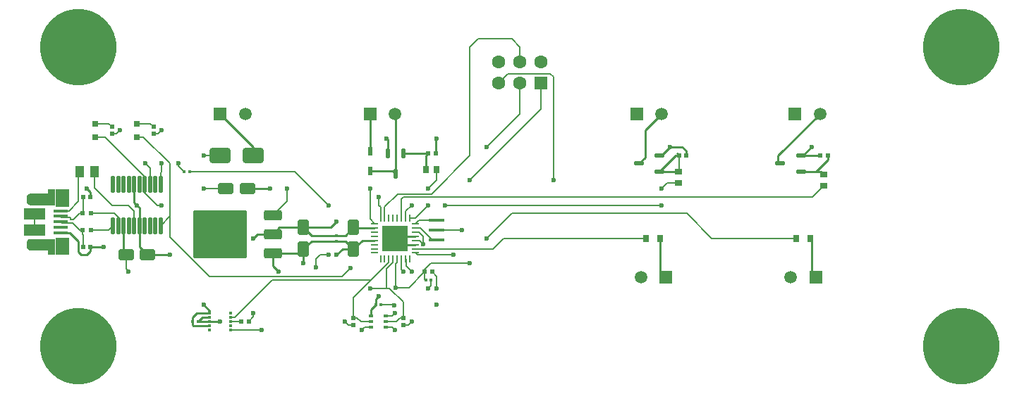
<source format=gbr>
%TF.GenerationSoftware,KiCad,Pcbnew,8.0.4*%
%TF.CreationDate,2024-11-13T20:23:26-08:00*%
%TF.ProjectId,Butterfly_v0,42757474-6572-4666-9c79-5f76302e6b69,rev?*%
%TF.SameCoordinates,Original*%
%TF.FileFunction,Copper,L1,Top*%
%TF.FilePolarity,Positive*%
%FSLAX46Y46*%
G04 Gerber Fmt 4.6, Leading zero omitted, Abs format (unit mm)*
G04 Created by KiCad (PCBNEW 8.0.4) date 2024-11-13 20:23:26*
%MOMM*%
%LPD*%
G01*
G04 APERTURE LIST*
G04 Aperture macros list*
%AMRoundRect*
0 Rectangle with rounded corners*
0 $1 Rounding radius*
0 $2 $3 $4 $5 $6 $7 $8 $9 X,Y pos of 4 corners*
0 Add a 4 corners polygon primitive as box body*
4,1,4,$2,$3,$4,$5,$6,$7,$8,$9,$2,$3,0*
0 Add four circle primitives for the rounded corners*
1,1,$1+$1,$2,$3*
1,1,$1+$1,$4,$5*
1,1,$1+$1,$6,$7*
1,1,$1+$1,$8,$9*
0 Add four rect primitives between the rounded corners*
20,1,$1+$1,$2,$3,$4,$5,0*
20,1,$1+$1,$4,$5,$6,$7,0*
20,1,$1+$1,$6,$7,$8,$9,0*
20,1,$1+$1,$8,$9,$2,$3,0*%
G04 Aperture macros list end*
%TA.AperFunction,EtchedComponent*%
%ADD10C,0.010000*%
%TD*%
%TA.AperFunction,SMDPad,CuDef*%
%ADD11R,0.475000X0.500000*%
%TD*%
%TA.AperFunction,SMDPad,CuDef*%
%ADD12RoundRect,0.165000X-0.740000X-0.495000X0.740000X-0.495000X0.740000X0.495000X-0.740000X0.495000X0*%
%TD*%
%TA.AperFunction,ComponentPad*%
%ADD13C,1.520000*%
%TD*%
%TA.AperFunction,ComponentPad*%
%ADD14R,1.520000X1.520000*%
%TD*%
%TA.AperFunction,SMDPad,CuDef*%
%ADD15R,0.800000X0.800000*%
%TD*%
%TA.AperFunction,SMDPad,CuDef*%
%ADD16R,0.762000X0.939800*%
%TD*%
%TA.AperFunction,SMDPad,CuDef*%
%ADD17R,0.550000X0.300000*%
%TD*%
%TA.AperFunction,SMDPad,CuDef*%
%ADD18R,0.540000X0.600000*%
%TD*%
%TA.AperFunction,SMDPad,CuDef*%
%ADD19R,2.500000X1.425000*%
%TD*%
%TA.AperFunction,ComponentPad*%
%ADD20O,2.400000X1.200000*%
%TD*%
%TA.AperFunction,ComponentPad*%
%ADD21O,1.460000X0.730000*%
%TD*%
%TA.AperFunction,SMDPad,CuDef*%
%ADD22R,1.750000X0.400000*%
%TD*%
%TA.AperFunction,SMDPad,CuDef*%
%ADD23RoundRect,0.147500X-0.147500X0.457500X-0.147500X-0.457500X0.147500X-0.457500X0.147500X0.457500X0*%
%TD*%
%TA.AperFunction,HeatsinkPad*%
%ADD24R,3.100000X3.100000*%
%TD*%
%TA.AperFunction,SMDPad,CuDef*%
%ADD25RoundRect,0.062500X0.062500X0.375000X-0.062500X0.375000X-0.062500X-0.375000X0.062500X-0.375000X0*%
%TD*%
%TA.AperFunction,SMDPad,CuDef*%
%ADD26RoundRect,0.062500X0.375000X0.062500X-0.375000X0.062500X-0.375000X-0.062500X0.375000X-0.062500X0*%
%TD*%
%TA.AperFunction,SMDPad,CuDef*%
%ADD27R,0.600000X0.540000*%
%TD*%
%TA.AperFunction,SMDPad,CuDef*%
%ADD28R,0.900000X0.700000*%
%TD*%
%TA.AperFunction,SMDPad,CuDef*%
%ADD29R,0.450000X0.350000*%
%TD*%
%TA.AperFunction,SMDPad,CuDef*%
%ADD30RoundRect,0.165000X-0.495000X0.740000X-0.495000X-0.740000X0.495000X-0.740000X0.495000X0.740000X0*%
%TD*%
%TA.AperFunction,SMDPad,CuDef*%
%ADD31R,0.420000X0.460000*%
%TD*%
%TA.AperFunction,SMDPad,CuDef*%
%ADD32RoundRect,0.147500X0.457500X0.147500X-0.457500X0.147500X-0.457500X-0.147500X0.457500X-0.147500X0*%
%TD*%
%TA.AperFunction,SMDPad,CuDef*%
%ADD33R,0.460000X0.420000*%
%TD*%
%TA.AperFunction,SMDPad,CuDef*%
%ADD34RoundRect,0.250000X-1.000000X-0.650000X1.000000X-0.650000X1.000000X0.650000X-1.000000X0.650000X0*%
%TD*%
%TA.AperFunction,SMDPad,CuDef*%
%ADD35R,0.790000X0.930000*%
%TD*%
%TA.AperFunction,ComponentPad*%
%ADD36C,9.200000*%
%TD*%
%TA.AperFunction,SMDPad,CuDef*%
%ADD37R,0.500000X1.050000*%
%TD*%
%TA.AperFunction,SMDPad,CuDef*%
%ADD38RoundRect,0.020500X-0.184500X0.964500X-0.184500X-0.964500X0.184500X-0.964500X0.184500X0.964500X0*%
%TD*%
%TA.AperFunction,SMDPad,CuDef*%
%ADD39R,1.900000X0.400000*%
%TD*%
%TA.AperFunction,SMDPad,CuDef*%
%ADD40R,1.140000X1.470000*%
%TD*%
%TA.AperFunction,SMDPad,CuDef*%
%ADD41RoundRect,0.250000X0.850000X0.350000X-0.850000X0.350000X-0.850000X-0.350000X0.850000X-0.350000X0*%
%TD*%
%TA.AperFunction,SMDPad,CuDef*%
%ADD42RoundRect,0.250000X1.275000X1.125000X-1.275000X1.125000X-1.275000X-1.125000X1.275000X-1.125000X0*%
%TD*%
%TA.AperFunction,SMDPad,CuDef*%
%ADD43RoundRect,0.249997X2.950003X2.650003X-2.950003X2.650003X-2.950003X-2.650003X2.950003X-2.650003X0*%
%TD*%
%TA.AperFunction,SMDPad,CuDef*%
%ADD44R,0.700000X0.900000*%
%TD*%
%TA.AperFunction,ComponentPad*%
%ADD45R,1.605000X1.605000*%
%TD*%
%TA.AperFunction,ComponentPad*%
%ADD46C,1.605000*%
%TD*%
%TA.AperFunction,ViaPad*%
%ADD47C,0.600000*%
%TD*%
%TA.AperFunction,Conductor*%
%ADD48C,0.150000*%
%TD*%
%TA.AperFunction,Conductor*%
%ADD49C,0.250000*%
%TD*%
%TA.AperFunction,Conductor*%
%ADD50C,0.200000*%
%TD*%
G04 APERTURE END LIST*
D10*
%TO.C,J2*%
X54050000Y-81900000D02*
X53350000Y-81900000D01*
X53350000Y-81375000D01*
X51200000Y-81375000D01*
X51179000Y-81374000D01*
X51158000Y-81373000D01*
X51137000Y-81370000D01*
X51117000Y-81366000D01*
X51096000Y-81361000D01*
X51076000Y-81355000D01*
X51057000Y-81348000D01*
X51037000Y-81340000D01*
X51018000Y-81331000D01*
X51000000Y-81321000D01*
X50982000Y-81310000D01*
X50965000Y-81299000D01*
X50948000Y-81286000D01*
X50932000Y-81272000D01*
X50917000Y-81258000D01*
X50903000Y-81243000D01*
X50889000Y-81227000D01*
X50876000Y-81210000D01*
X50865000Y-81193000D01*
X50854000Y-81175000D01*
X50844000Y-81157000D01*
X50835000Y-81138000D01*
X50827000Y-81118000D01*
X50820000Y-81099000D01*
X50814000Y-81079000D01*
X50809000Y-81058000D01*
X50805000Y-81038000D01*
X50802000Y-81017000D01*
X50801000Y-80996000D01*
X50800000Y-80975000D01*
X50800000Y-80475000D01*
X50801000Y-80454000D01*
X50802000Y-80433000D01*
X50805000Y-80412000D01*
X50809000Y-80392000D01*
X50814000Y-80371000D01*
X50820000Y-80351000D01*
X50827000Y-80332000D01*
X50835000Y-80312000D01*
X50844000Y-80293000D01*
X50854000Y-80275000D01*
X50865000Y-80257000D01*
X50876000Y-80240000D01*
X50889000Y-80223000D01*
X50903000Y-80207000D01*
X50917000Y-80192000D01*
X50932000Y-80178000D01*
X50948000Y-80164000D01*
X50965000Y-80151000D01*
X50982000Y-80140000D01*
X51000000Y-80129000D01*
X51018000Y-80119000D01*
X51037000Y-80110000D01*
X51057000Y-80102000D01*
X51076000Y-80095000D01*
X51096000Y-80089000D01*
X51117000Y-80084000D01*
X51137000Y-80080000D01*
X51158000Y-80077000D01*
X51179000Y-80076000D01*
X51200000Y-80075000D01*
X54050000Y-80075000D01*
X54050000Y-81900000D01*
%TA.AperFunction,EtchedComponent*%
G36*
X54050000Y-81900000D02*
G01*
X53350000Y-81900000D01*
X53350000Y-81375000D01*
X51200000Y-81375000D01*
X51179000Y-81374000D01*
X51158000Y-81373000D01*
X51137000Y-81370000D01*
X51117000Y-81366000D01*
X51096000Y-81361000D01*
X51076000Y-81355000D01*
X51057000Y-81348000D01*
X51037000Y-81340000D01*
X51018000Y-81331000D01*
X51000000Y-81321000D01*
X50982000Y-81310000D01*
X50965000Y-81299000D01*
X50948000Y-81286000D01*
X50932000Y-81272000D01*
X50917000Y-81258000D01*
X50903000Y-81243000D01*
X50889000Y-81227000D01*
X50876000Y-81210000D01*
X50865000Y-81193000D01*
X50854000Y-81175000D01*
X50844000Y-81157000D01*
X50835000Y-81138000D01*
X50827000Y-81118000D01*
X50820000Y-81099000D01*
X50814000Y-81079000D01*
X50809000Y-81058000D01*
X50805000Y-81038000D01*
X50802000Y-81017000D01*
X50801000Y-80996000D01*
X50800000Y-80975000D01*
X50800000Y-80475000D01*
X50801000Y-80454000D01*
X50802000Y-80433000D01*
X50805000Y-80412000D01*
X50809000Y-80392000D01*
X50814000Y-80371000D01*
X50820000Y-80351000D01*
X50827000Y-80332000D01*
X50835000Y-80312000D01*
X50844000Y-80293000D01*
X50854000Y-80275000D01*
X50865000Y-80257000D01*
X50876000Y-80240000D01*
X50889000Y-80223000D01*
X50903000Y-80207000D01*
X50917000Y-80192000D01*
X50932000Y-80178000D01*
X50948000Y-80164000D01*
X50965000Y-80151000D01*
X50982000Y-80140000D01*
X51000000Y-80129000D01*
X51018000Y-80119000D01*
X51037000Y-80110000D01*
X51057000Y-80102000D01*
X51076000Y-80095000D01*
X51096000Y-80089000D01*
X51117000Y-80084000D01*
X51137000Y-80080000D01*
X51158000Y-80077000D01*
X51179000Y-80076000D01*
X51200000Y-80075000D01*
X54050000Y-80075000D01*
X54050000Y-81900000D01*
G37*
%TD.AperFunction*%
X54050000Y-75925000D02*
X51200000Y-75925000D01*
X51179000Y-75924000D01*
X51158000Y-75923000D01*
X51137000Y-75920000D01*
X51117000Y-75916000D01*
X51096000Y-75911000D01*
X51076000Y-75905000D01*
X51057000Y-75898000D01*
X51037000Y-75890000D01*
X51018000Y-75881000D01*
X51000000Y-75871000D01*
X50982000Y-75860000D01*
X50965000Y-75849000D01*
X50948000Y-75836000D01*
X50932000Y-75822000D01*
X50917000Y-75808000D01*
X50903000Y-75793000D01*
X50889000Y-75777000D01*
X50876000Y-75760000D01*
X50865000Y-75743000D01*
X50854000Y-75725000D01*
X50844000Y-75707000D01*
X50835000Y-75688000D01*
X50827000Y-75668000D01*
X50820000Y-75649000D01*
X50814000Y-75629000D01*
X50809000Y-75608000D01*
X50805000Y-75588000D01*
X50802000Y-75567000D01*
X50801000Y-75546000D01*
X50800000Y-75525000D01*
X50800000Y-75025000D01*
X50801000Y-75004000D01*
X50802000Y-74983000D01*
X50805000Y-74962000D01*
X50809000Y-74942000D01*
X50814000Y-74921000D01*
X50820000Y-74901000D01*
X50827000Y-74882000D01*
X50835000Y-74862000D01*
X50844000Y-74843000D01*
X50854000Y-74825000D01*
X50865000Y-74807000D01*
X50876000Y-74790000D01*
X50889000Y-74773000D01*
X50903000Y-74757000D01*
X50917000Y-74742000D01*
X50932000Y-74728000D01*
X50948000Y-74714000D01*
X50965000Y-74701000D01*
X50982000Y-74690000D01*
X51000000Y-74679000D01*
X51018000Y-74669000D01*
X51037000Y-74660000D01*
X51057000Y-74652000D01*
X51076000Y-74645000D01*
X51096000Y-74639000D01*
X51117000Y-74634000D01*
X51137000Y-74630000D01*
X51158000Y-74627000D01*
X51179000Y-74626000D01*
X51200000Y-74625000D01*
X53350000Y-74625000D01*
X53350000Y-74100000D01*
X54050000Y-74100000D01*
X54050000Y-75925000D01*
%TA.AperFunction,EtchedComponent*%
G36*
X54050000Y-75925000D02*
G01*
X51200000Y-75925000D01*
X51179000Y-75924000D01*
X51158000Y-75923000D01*
X51137000Y-75920000D01*
X51117000Y-75916000D01*
X51096000Y-75911000D01*
X51076000Y-75905000D01*
X51057000Y-75898000D01*
X51037000Y-75890000D01*
X51018000Y-75881000D01*
X51000000Y-75871000D01*
X50982000Y-75860000D01*
X50965000Y-75849000D01*
X50948000Y-75836000D01*
X50932000Y-75822000D01*
X50917000Y-75808000D01*
X50903000Y-75793000D01*
X50889000Y-75777000D01*
X50876000Y-75760000D01*
X50865000Y-75743000D01*
X50854000Y-75725000D01*
X50844000Y-75707000D01*
X50835000Y-75688000D01*
X50827000Y-75668000D01*
X50820000Y-75649000D01*
X50814000Y-75629000D01*
X50809000Y-75608000D01*
X50805000Y-75588000D01*
X50802000Y-75567000D01*
X50801000Y-75546000D01*
X50800000Y-75525000D01*
X50800000Y-75025000D01*
X50801000Y-75004000D01*
X50802000Y-74983000D01*
X50805000Y-74962000D01*
X50809000Y-74942000D01*
X50814000Y-74921000D01*
X50820000Y-74901000D01*
X50827000Y-74882000D01*
X50835000Y-74862000D01*
X50844000Y-74843000D01*
X50854000Y-74825000D01*
X50865000Y-74807000D01*
X50876000Y-74790000D01*
X50889000Y-74773000D01*
X50903000Y-74757000D01*
X50917000Y-74742000D01*
X50932000Y-74728000D01*
X50948000Y-74714000D01*
X50965000Y-74701000D01*
X50982000Y-74690000D01*
X51000000Y-74679000D01*
X51018000Y-74669000D01*
X51037000Y-74660000D01*
X51057000Y-74652000D01*
X51076000Y-74645000D01*
X51096000Y-74639000D01*
X51117000Y-74634000D01*
X51137000Y-74630000D01*
X51158000Y-74627000D01*
X51179000Y-74626000D01*
X51200000Y-74625000D01*
X53350000Y-74625000D01*
X53350000Y-74100000D01*
X54050000Y-74100000D01*
X54050000Y-75925000D01*
G37*
%TD.AperFunction*%
X55760000Y-81900000D02*
X54300000Y-81900000D01*
X54300000Y-79900000D01*
X55760000Y-79900000D01*
X55760000Y-81900000D01*
%TA.AperFunction,EtchedComponent*%
G36*
X55760000Y-81900000D02*
G01*
X54300000Y-81900000D01*
X54300000Y-79900000D01*
X55760000Y-79900000D01*
X55760000Y-81900000D01*
G37*
%TD.AperFunction*%
X55760000Y-76100000D02*
X54300000Y-76100000D01*
X54300000Y-74100000D01*
X55760000Y-74100000D01*
X55760000Y-76100000D01*
%TA.AperFunction,EtchedComponent*%
G36*
X55760000Y-76100000D02*
G01*
X54300000Y-76100000D01*
X54300000Y-74100000D01*
X55760000Y-74100000D01*
X55760000Y-76100000D01*
G37*
%TD.AperFunction*%
%TD*%
D11*
%TO.P,R17,2*%
%TO.N,Net-(U6-USBDM)*%
X58512000Y-77000000D03*
%TO.P,R17,1*%
%TO.N,USB_N*%
X57488000Y-77000000D03*
%TD*%
%TO.P,R18,2*%
%TO.N,Net-(U6-USBDP)*%
X58512000Y-79000000D03*
%TO.P,R18,1*%
%TO.N,USB_P*%
X57488000Y-79000000D03*
%TD*%
D12*
%TO.P,C1,1*%
%TO.N,+12V*%
X74700000Y-74000000D03*
%TO.P,C1,2*%
%TO.N,GND*%
X77300000Y-74000000D03*
%TD*%
D13*
%TO.P,J6,2,2*%
%TO.N,GND*%
X142500000Y-84680000D03*
D14*
%TO.P,J6,1,1*%
%TO.N,Net-(J6-Pad1)*%
X145500000Y-84680000D03*
%TD*%
%TO.P,J4,1,1*%
%TO.N,+12V*%
X124000000Y-65000000D03*
D13*
%TO.P,J4,2,2*%
%TO.N,Net-(J4-Pad2)*%
X127000000Y-65000000D03*
%TD*%
D15*
%TO.P,D4,1*%
%TO.N,RX-I*%
X64000000Y-67800000D03*
%TO.P,D4,2*%
%TO.N,Net-(D4-Pad2)*%
X64000000Y-66200000D03*
%TD*%
D16*
%TO.P,R15,1*%
%TO.N,PD4*%
X125161800Y-80000000D03*
%TO.P,R15,2*%
%TO.N,Net-(J7-Pad1)*%
X126838200Y-80000000D03*
%TD*%
D15*
%TO.P,D3,1*%
%TO.N,TX-O*%
X59000000Y-67800000D03*
%TO.P,D3,2*%
%TO.N,Net-(D3-Pad2)*%
X59000000Y-66200000D03*
%TD*%
D17*
%TO.P,U2,6*%
%TO.N,+3.3V*%
X93875000Y-89350000D03*
%TO.P,U2,5*%
%TO.N,SCL*%
X93875000Y-90000000D03*
%TO.P,U2,4*%
%TO.N,+3.3V*%
X93875000Y-90650000D03*
%TO.P,U2,3*%
X92125000Y-90650000D03*
%TO.P,U2,2*%
%TO.N,SDA*%
X92125000Y-90000000D03*
%TO.P,U2,1*%
%TO.N,GND*%
X92125000Y-89350000D03*
%TD*%
D18*
%TO.P,C8,2*%
%TO.N,USB_N*%
X57568000Y-75000000D03*
%TO.P,C8,1*%
%TO.N,GND*%
X58432000Y-75000000D03*
%TD*%
D19*
%TO.P,J2,S2,SHIELD*%
%TO.N,GND*%
X51750000Y-78962500D03*
%TO.P,J2,S1,SHIELD*%
X51750000Y-77037500D03*
D20*
%TO.P,J2,9,SHIELD*%
X52000000Y-80725000D03*
%TO.P,J2,8,SHIELD*%
X52000000Y-75275000D03*
D21*
%TO.P,J2,7,SHIELD*%
X55030000Y-80425000D03*
%TO.P,J2,6,SHIELD*%
X55030000Y-75575000D03*
D22*
%TO.P,J2,5,GND*%
X54825000Y-79300000D03*
%TO.P,J2,4,ID*%
%TO.N,unconnected-(J2-ID-Pad4)*%
X54825000Y-78650000D03*
%TO.P,J2,3,D+*%
%TO.N,USB_P*%
X54825000Y-78000000D03*
%TO.P,J2,2,D-*%
%TO.N,USB_N*%
X54825000Y-77350000D03*
%TO.P,J2,1,VCC*%
%TO.N,Net-(J2-VCC)*%
X54825000Y-76700000D03*
%TD*%
D23*
%TO.P,Q1,3*%
%TO.N,Net-(D2-PadA)*%
X95050000Y-72255000D03*
%TO.P,Q1,2*%
%TO.N,GND*%
X94100000Y-69745000D03*
%TO.P,Q1,1*%
%TO.N,Net-(Q1-Pad1)*%
X96000000Y-69745000D03*
%TD*%
D24*
%TO.P,U1,33,GND*%
%TO.N,GND*%
X95000000Y-80000000D03*
D25*
%TO.P,U1,32,PD2*%
%TO.N,unconnected-(U1-PD2-Pad32)*%
X96750000Y-82437500D03*
%TO.P,U1,31,PD1*%
%TO.N,TX-O*%
X96250000Y-82437500D03*
%TO.P,U1,30,PD0*%
%TO.N,RX-I*%
X95750000Y-82437500D03*
%TO.P,U1,29,~{RESET}/PC6*%
%TO.N,RESET*%
X95250000Y-82437500D03*
%TO.P,U1,28,PC5*%
%TO.N,SCL*%
X94750000Y-82437500D03*
%TO.P,U1,27,PC4*%
%TO.N,SDA*%
X94250000Y-82437500D03*
%TO.P,U1,26,PC3*%
%TO.N,unconnected-(U1-PC3-Pad26)*%
X93750000Y-82437500D03*
%TO.P,U1,25,PC2*%
%TO.N,unconnected-(U1-PC2-Pad25)*%
X93250000Y-82437500D03*
D26*
%TO.P,U1,24,PC1*%
%TO.N,unconnected-(U1-PC1-Pad24)*%
X92562500Y-81750000D03*
%TO.P,U1,23,PC0*%
%TO.N,unconnected-(U1-PC0-Pad23)*%
X92562500Y-81250000D03*
%TO.P,U1,22,ADC7*%
%TO.N,unconnected-(U1-ADC7-Pad22)*%
X92562500Y-80750000D03*
%TO.P,U1,21,GND*%
%TO.N,GND*%
X92562500Y-80250000D03*
%TO.P,U1,20,AREF*%
%TO.N,unconnected-(U1-AREF-Pad20)*%
X92562500Y-79750000D03*
%TO.P,U1,19,ADC6*%
%TO.N,unconnected-(U1-ADC6-Pad19)*%
X92562500Y-79250000D03*
%TO.P,U1,18,AVCC*%
%TO.N,+3.3V*%
X92562500Y-78750000D03*
%TO.P,U1,17,PB5*%
%TO.N,SCK*%
X92562500Y-78250000D03*
D25*
%TO.P,U1,16,PB4*%
%TO.N,MISO*%
X93250000Y-77562500D03*
%TO.P,U1,15,PB3*%
%TO.N,MOSI*%
X93750000Y-77562500D03*
%TO.P,U1,14,PB2*%
%TO.N,unconnected-(U1-PB2-Pad14)*%
X94250000Y-77562500D03*
%TO.P,U1,13,PB1*%
%TO.N,unconnected-(U1-PB1-Pad13)*%
X94750000Y-77562500D03*
%TO.P,U1,12,PB0*%
%TO.N,unconnected-(U1-PB0-Pad12)*%
X95250000Y-77562500D03*
%TO.P,U1,11,PD7*%
%TO.N,PD7*%
X95750000Y-77562500D03*
%TO.P,U1,10,PD6*%
%TO.N,PD6*%
X96250000Y-77562500D03*
%TO.P,U1,9,PD5*%
%TO.N,PD5*%
X96750000Y-77562500D03*
D26*
%TO.P,U1,8,XTAL2/PB7*%
%TO.N,Net-(U1-XTAL2{slash}PB7)*%
X97437500Y-78250000D03*
%TO.P,U1,7,XTAL1/PB6*%
%TO.N,Net-(U1-XTAL1{slash}PB6)*%
X97437500Y-78750000D03*
%TO.P,U1,6,VCC*%
%TO.N,+3.3V*%
X97437500Y-79250000D03*
%TO.P,U1,5,GND*%
%TO.N,GND*%
X97437500Y-79750000D03*
%TO.P,U1,4,VCC*%
%TO.N,+3.3V*%
X97437500Y-80250000D03*
%TO.P,U1,3,GND*%
%TO.N,GND*%
X97437500Y-80750000D03*
%TO.P,U1,2,PD4*%
%TO.N,PD4*%
X97437500Y-81250000D03*
%TO.P,U1,1,PD3*%
%TO.N,PD3*%
X97437500Y-81750000D03*
%TD*%
D27*
%TO.P,R6,1*%
%TO.N,Net-(D4-Pad2)*%
X66000000Y-66568000D03*
%TO.P,R6,2*%
%TO.N,+3.3V*%
X66000000Y-67432000D03*
%TD*%
D14*
%TO.P,J7,1,1*%
%TO.N,Net-(J7-Pad1)*%
X127500000Y-84680000D03*
D13*
%TO.P,J7,2,2*%
%TO.N,GND*%
X124500000Y-84680000D03*
%TD*%
D28*
%TO.P,R9,1*%
%TO.N,Net-(Q3-Pad1)*%
X146500000Y-72350000D03*
%TO.P,R9,2*%
%TO.N,PD7*%
X146500000Y-73650000D03*
%TD*%
D29*
%TO.P,U3,1,SCL/SPC*%
%TO.N,SCL*%
X75275000Y-91000000D03*
%TO.P,U3,2,RES*%
%TO.N,unconnected-(U3-RES-Pad2)*%
X75275000Y-90500000D03*
%TO.P,U3,3,CS*%
%TO.N,CS*%
X75275000Y-90000000D03*
%TO.P,U3,4,SDA/SDI/O*%
%TO.N,SDA*%
X75275000Y-89500000D03*
%TO.P,U3,5,NC*%
%TO.N,unconnected-(U3-NC-Pad5)*%
X75275000Y-89000000D03*
%TO.P,U3,6,VDD*%
%TO.N,+3.3V*%
X72725000Y-89000000D03*
%TO.P,U3,7,GND*%
%TO.N,GND*%
X72725000Y-89500000D03*
%TO.P,U3,8,GND*%
X72725000Y-90000000D03*
%TO.P,U3,9,VDD*%
%TO.N,+3.3V*%
X72725000Y-90500000D03*
%TO.P,U3,10,INT*%
%TO.N,unconnected-(U3-INT-Pad10)*%
X72725000Y-91000000D03*
%TD*%
D30*
%TO.P,C10,1*%
%TO.N,+3.3V*%
X90000000Y-78700000D03*
%TO.P,C10,2*%
%TO.N,GND*%
X90000000Y-81300000D03*
%TD*%
D14*
%TO.P,J3,1,1*%
%TO.N,+12V*%
X92000000Y-65000000D03*
D13*
%TO.P,J3,2,2*%
%TO.N,Net-(D2-PadA)*%
X95000000Y-65000000D03*
%TD*%
D12*
%TO.P,C7,1*%
%TO.N,+3.3V*%
X62700000Y-82000000D03*
%TO.P,C7,2*%
%TO.N,GND*%
X65300000Y-82000000D03*
%TD*%
D31*
%TO.P,C3,1*%
%TO.N,GND*%
X88000000Y-80330000D03*
%TO.P,C3,2*%
%TO.N,+3.3V*%
X88000000Y-79670000D03*
%TD*%
D32*
%TO.P,Q2,3*%
%TO.N,Net-(J4-Pad2)*%
X124245000Y-71000000D03*
%TO.P,Q2,2*%
%TO.N,GND*%
X126755000Y-70050000D03*
%TO.P,Q2,1*%
%TO.N,Net-(Q2-Pad1)*%
X126755000Y-71950000D03*
%TD*%
D33*
%TO.P,C5,1*%
%TO.N,GND*%
X92670000Y-88000000D03*
%TO.P,C5,2*%
%TO.N,+3.3V*%
X93330000Y-88000000D03*
%TD*%
%TO.P,C11,1*%
%TO.N,Net-(U6-~{DTR}#)*%
X69670000Y-72000000D03*
%TO.P,C11,2*%
%TO.N,RESET*%
X70330000Y-72000000D03*
%TD*%
D34*
%TO.P,D1,1,K*%
%TO.N,+12V*%
X74000000Y-70000000D03*
%TO.P,D1,2,A*%
%TO.N,Net-(D1-A)*%
X78000000Y-70000000D03*
%TD*%
D18*
%TO.P,R8,2*%
%TO.N,GND*%
X129932000Y-70000000D03*
%TO.P,R8,1*%
%TO.N,Net-(Q2-Pad1)*%
X129068000Y-70000000D03*
%TD*%
D35*
%TO.P,R14,1*%
%TO.N,Net-(J6-Pad1)*%
X144820000Y-80000000D03*
%TO.P,R14,2*%
%TO.N,PD3*%
X143180000Y-80000000D03*
%TD*%
D36*
%TO.P,H3,1,1*%
%TO.N,GND*%
X163000000Y-93000000D03*
%TD*%
D27*
%TO.P,R16,1*%
%TO.N,Net-(D3-Pad2)*%
X61000000Y-66568000D03*
%TO.P,R16,2*%
%TO.N,+3.3V*%
X61000000Y-67432000D03*
%TD*%
D32*
%TO.P,Q3,1*%
%TO.N,Net-(Q3-Pad1)*%
X143755000Y-71950000D03*
%TO.P,Q3,2*%
%TO.N,GND*%
X143755000Y-70050000D03*
%TO.P,Q3,3*%
%TO.N,Net-(J5-Pad2)*%
X141245000Y-71000000D03*
%TD*%
D13*
%TO.P,J5,2,2*%
%TO.N,Net-(J5-Pad2)*%
X146000000Y-65000000D03*
D14*
%TO.P,J5,1,1*%
%TO.N,+12V*%
X143000000Y-65000000D03*
%TD*%
D36*
%TO.P,H2,1,1*%
%TO.N,GND*%
X57000000Y-93000000D03*
%TD*%
D37*
%TO.P,D2,A*%
%TO.N,Net-(D2-PadA)*%
X92000000Y-71930000D03*
%TO.P,D2,C*%
%TO.N,+12V*%
X92000000Y-69560000D03*
%TD*%
D18*
%TO.P,R5,1*%
%TO.N,Net-(Q1-Pad1)*%
X99000000Y-69745000D03*
%TO.P,R5,2*%
%TO.N,GND*%
X99864000Y-69745000D03*
%TD*%
%TO.P,R1,1*%
%TO.N,+3.3V*%
X99432000Y-84000000D03*
%TO.P,R1,2*%
%TO.N,RESET*%
X98568000Y-84000000D03*
%TD*%
D30*
%TO.P,C2,1*%
%TO.N,+3.3V*%
X84000000Y-78700000D03*
%TO.P,C2,2*%
%TO.N,GND*%
X84000000Y-81300000D03*
%TD*%
D18*
%TO.P,R11,1*%
%TO.N,+3.3V*%
X77432000Y-90000000D03*
%TO.P,R11,2*%
%TO.N,CS*%
X76568000Y-90000000D03*
%TD*%
D38*
%TO.P,U6,1,~{DTR}#*%
%TO.N,Net-(U6-~{DTR}#)*%
X66857500Y-73525000D03*
%TO.P,U6,2,~{RTS}#*%
%TO.N,unconnected-(U6-~{RTS}#-Pad2)*%
X66222500Y-73525000D03*
%TO.P,U6,3,VCCIO*%
%TO.N,+3.3V*%
X65587500Y-73525000D03*
%TO.P,U6,4,RXD*%
%TO.N,TX-O*%
X64952500Y-73525000D03*
%TO.P,U6,5,~{RI}#*%
%TO.N,unconnected-(U6-~{RI}#-Pad5)*%
X64317500Y-73525000D03*
%TO.P,U6,6,GND*%
%TO.N,GND*%
X63682500Y-73525000D03*
%TO.P,U6,7,~{DSR}#*%
%TO.N,unconnected-(U6-~{DSR}#-Pad7)*%
X63047500Y-73525000D03*
%TO.P,U6,8,~{DCD}#*%
%TO.N,unconnected-(U6-~{DCD}#-Pad8)*%
X62412500Y-73525000D03*
%TO.P,U6,9,~{CTS}#*%
%TO.N,unconnected-(U6-~{CTS}#-Pad9)*%
X61777500Y-73525000D03*
%TO.P,U6,10,CBUS2*%
%TO.N,unconnected-(U6-CBUS2-Pad10)*%
X61142500Y-73525000D03*
%TO.P,U6,11,USBDP*%
%TO.N,Net-(U6-USBDP)*%
X61142500Y-78475000D03*
%TO.P,U6,12,USBDM*%
%TO.N,Net-(U6-USBDM)*%
X61777500Y-78475000D03*
%TO.P,U6,13,3V3OUT*%
%TO.N,+3.3V*%
X62412500Y-78475000D03*
%TO.P,U6,14,~{RESET}#*%
%TO.N,unconnected-(U6-~{RESET}#-Pad14)*%
X63047500Y-78475000D03*
%TO.P,U6,15,VCC*%
%TO.N,USBVCC*%
X63682500Y-78475000D03*
%TO.P,U6,16,GND*%
%TO.N,GND*%
X64317500Y-78475000D03*
%TO.P,U6,17,CBUS1*%
%TO.N,unconnected-(U6-CBUS1-Pad17)*%
X64952500Y-78475000D03*
%TO.P,U6,18,CBUS0*%
%TO.N,unconnected-(U6-CBUS0-Pad18)*%
X65587500Y-78475000D03*
%TO.P,U6,19,CBUS3*%
%TO.N,unconnected-(U6-CBUS3-Pad19)*%
X66222500Y-78475000D03*
%TO.P,U6,20,TXD*%
%TO.N,RX-I*%
X66857500Y-78475000D03*
%TD*%
D18*
%TO.P,C9,1*%
%TO.N,GND*%
X58432000Y-81000000D03*
%TO.P,C9,2*%
%TO.N,USB_P*%
X57568000Y-81000000D03*
%TD*%
D13*
%TO.P,J1,2,2*%
%TO.N,GND*%
X77000000Y-65000000D03*
D14*
%TO.P,J1,1,1*%
%TO.N,Net-(D1-A)*%
X74000000Y-65000000D03*
%TD*%
D39*
%TO.P,Y1,1*%
%TO.N,Net-(U1-XTAL2{slash}PB7)*%
X100000000Y-77800000D03*
%TO.P,Y1,2*%
%TO.N,GND*%
X100000000Y-79000000D03*
%TO.P,Y1,3*%
%TO.N,Net-(U1-XTAL1{slash}PB6)*%
X100000000Y-80200000D03*
%TD*%
D40*
%TO.P,FL1,1*%
%TO.N,Net-(J2-VCC)*%
X57110000Y-72000000D03*
%TO.P,FL1,2*%
%TO.N,USBVCC*%
X58890000Y-72000000D03*
%TD*%
D28*
%TO.P,R7,1*%
%TO.N,Net-(Q2-Pad1)*%
X129000000Y-72000000D03*
%TO.P,R7,2*%
%TO.N,PD6*%
X129000000Y-73300000D03*
%TD*%
D27*
%TO.P,R2,1*%
%TO.N,SDA*%
X90000000Y-89568000D03*
%TO.P,R2,2*%
%TO.N,+3.3V*%
X90000000Y-90432000D03*
%TD*%
D41*
%TO.P,U5,1,GND*%
%TO.N,GND*%
X80300000Y-81805000D03*
%TO.P,U5,2,VO*%
%TO.N,+3.3V*%
X80300000Y-79525000D03*
D42*
X75675000Y-81050000D03*
X75675000Y-78000000D03*
D43*
X74000000Y-79525000D03*
D42*
X72325000Y-81050000D03*
X72325000Y-78000000D03*
D41*
%TO.P,U5,3,VI*%
%TO.N,+12V*%
X80300000Y-77245000D03*
%TD*%
D33*
%TO.P,C4,1*%
%TO.N,GND*%
X99330000Y-85000000D03*
%TO.P,C4,2*%
%TO.N,RESET*%
X98670000Y-85000000D03*
%TD*%
D36*
%TO.P,H4,1,1*%
%TO.N,GND*%
X163000000Y-57000000D03*
%TD*%
%TO.P,H1,1,1*%
%TO.N,GND*%
X57000000Y-57000000D03*
%TD*%
D27*
%TO.P,R3,1*%
%TO.N,SCL*%
X96000000Y-89568000D03*
%TO.P,R3,2*%
%TO.N,+3.3V*%
X96000000Y-90432000D03*
%TD*%
D18*
%TO.P,R10,1*%
%TO.N,Net-(Q3-Pad1)*%
X146932000Y-70000000D03*
%TO.P,R10,2*%
%TO.N,GND*%
X146068000Y-70000000D03*
%TD*%
D33*
%TO.P,C6,1*%
%TO.N,+3.3V*%
X70670000Y-90000000D03*
%TO.P,C6,2*%
%TO.N,GND*%
X71330000Y-90000000D03*
%TD*%
D44*
%TO.P,R4,1*%
%TO.N,Net-(Q1-Pad1)*%
X98700000Y-71745000D03*
%TO.P,R4,2*%
%TO.N,PD5*%
X100000000Y-71745000D03*
%TD*%
D45*
%TO.P,J8,1,1*%
%TO.N,MISO*%
X112540000Y-61270000D03*
D46*
%TO.P,J8,2,2*%
%TO.N,+3.3V*%
X112540000Y-58730000D03*
%TO.P,J8,3,3*%
%TO.N,SCK*%
X110000000Y-61270000D03*
%TO.P,J8,4,4*%
%TO.N,MOSI*%
X110000000Y-58730000D03*
%TO.P,J8,5,5*%
%TO.N,RESET*%
X107460000Y-61270000D03*
%TO.P,J8,6,6*%
%TO.N,GND*%
X107460000Y-58730000D03*
%TD*%
D47*
%TO.N,+3.3V*%
X100000000Y-88000000D03*
X94934413Y-88065587D03*
X95000000Y-89000000D03*
X95000000Y-91000000D03*
X91000000Y-91000000D03*
X89000000Y-90000000D03*
X97000000Y-90000000D03*
X100000000Y-86000000D03*
X98374999Y-80675000D03*
X78000000Y-80000000D03*
X88000000Y-78000000D03*
X78000000Y-89000000D03*
X72000000Y-88000000D03*
X72000000Y-81000000D03*
X74000000Y-81000000D03*
X76000000Y-81000000D03*
X76000000Y-78000000D03*
X74000000Y-78000000D03*
X72000000Y-78000000D03*
X63000000Y-84000000D03*
X65000000Y-71000000D03*
X67000000Y-67000000D03*
X62000000Y-67000000D03*
%TO.N,+12V*%
X82000000Y-74000000D03*
X72000000Y-74000000D03*
X72000000Y-70000000D03*
%TO.N,SCK*%
X92000000Y-74000000D03*
X106000000Y-69000000D03*
%TO.N,RESET*%
X85500000Y-83500000D03*
X87000000Y-82000000D03*
X95077087Y-85922913D03*
X87000000Y-76000000D03*
%TO.N,Net-(U6-~{DTR}#)*%
X67000000Y-71000000D03*
X69000000Y-71000000D03*
%TO.N,TX-O*%
X97000000Y-84000000D03*
%TO.N,RX-I*%
X96000000Y-84000000D03*
X89617408Y-83567429D03*
%TO.N,GND*%
X103000000Y-79000000D03*
%TO.N,TX-O*%
X67000000Y-76000000D03*
%TO.N,GND*%
X51750000Y-78962500D03*
X51750000Y-77037500D03*
X99000000Y-86000000D03*
X93000000Y-87000000D03*
X80000000Y-74000000D03*
X100000000Y-68000000D03*
X94000000Y-68000000D03*
X84000000Y-83000000D03*
X88000000Y-82000000D03*
X96000000Y-81000000D03*
X95000000Y-81000000D03*
X94000000Y-81000000D03*
X94000000Y-80000000D03*
X95000000Y-80000000D03*
X96000000Y-80000000D03*
X96000000Y-79000000D03*
X95000000Y-79000000D03*
X94000000Y-79000000D03*
X81000000Y-84000000D03*
X128000000Y-69000000D03*
X145000000Y-69000000D03*
X58000000Y-74000000D03*
X64000000Y-76000000D03*
X60000000Y-81000000D03*
X68000000Y-82000000D03*
X74000000Y-90000000D03*
%TO.N,RESET*%
X104000000Y-83000000D03*
X114000000Y-73000000D03*
%TO.N,MISO*%
X93000000Y-75000000D03*
X104000000Y-73000000D03*
%TO.N,PD6*%
X127000000Y-74000000D03*
X127000000Y-76000000D03*
%TO.N,PD3*%
X102000000Y-82000000D03*
X106000000Y-80000000D03*
%TO.N,PD6*%
X97000000Y-76000000D03*
X101000000Y-76000000D03*
%TO.N,PD5*%
X99000000Y-76000000D03*
X99000000Y-76000000D03*
X99000000Y-76000000D03*
X99000000Y-74000000D03*
X99000000Y-74000000D03*
X99000000Y-74000000D03*
%TO.N,SCL*%
X79000000Y-91000000D03*
X79000000Y-91000000D03*
X79000000Y-91000000D03*
X92000000Y-86000000D03*
%TD*%
D48*
%TO.N,RESET*%
X95077087Y-85922913D02*
X95077087Y-83037860D01*
X95077087Y-83037860D02*
X95250000Y-82864947D01*
X96645087Y-85922913D02*
X98568000Y-84000000D01*
X95250000Y-82864947D02*
X95250000Y-82437500D01*
X95077087Y-85922913D02*
X96645087Y-85922913D01*
%TO.N,SCL*%
X94000000Y-86000000D02*
X92000000Y-86000000D01*
%TO.N,RX-I*%
X89617408Y-83567429D02*
X88609837Y-84575000D01*
X72700610Y-84575000D02*
X68000000Y-79874390D01*
X88609837Y-84575000D02*
X72700610Y-84575000D01*
X68000000Y-79874390D02*
X68000000Y-77332500D01*
X96000000Y-84000000D02*
X95750000Y-83750000D01*
X95750000Y-83750000D02*
X95750000Y-82437500D01*
%TO.N,TX-O*%
X96250000Y-82437500D02*
X96350000Y-82537500D01*
X96350000Y-82537500D02*
X96350000Y-83350000D01*
X96350000Y-83350000D02*
X97000000Y-84000000D01*
%TO.N,+3.3V*%
X97437500Y-79250000D02*
X97874999Y-79250000D01*
X97874999Y-79250000D02*
X98374999Y-79750000D01*
X98374999Y-79750000D02*
X98374999Y-80675000D01*
%TO.N,SCL*%
X94000000Y-86000000D02*
X94341000Y-86000000D01*
X94341000Y-86000000D02*
X96000000Y-87659000D01*
X96000000Y-87659000D02*
X96000000Y-89568000D01*
%TO.N,+3.3V*%
X93330000Y-88000000D02*
X95000000Y-88000000D01*
X95000000Y-88000000D02*
X94934413Y-88065587D01*
X94650000Y-89350000D02*
X95000000Y-89000000D01*
X93875000Y-89350000D02*
X94650000Y-89350000D01*
X94650000Y-90650000D02*
X95000000Y-91000000D01*
X93875000Y-90650000D02*
X94650000Y-90650000D01*
X91350000Y-90650000D02*
X91000000Y-91000000D01*
X92125000Y-90650000D02*
X91350000Y-90650000D01*
X89432000Y-90432000D02*
X89000000Y-90000000D01*
X90000000Y-90432000D02*
X89432000Y-90432000D01*
X96568000Y-90432000D02*
X97000000Y-90000000D01*
X96000000Y-90432000D02*
X96568000Y-90432000D01*
X100000000Y-84568000D02*
X100000000Y-86000000D01*
X99432000Y-84000000D02*
X100000000Y-84568000D01*
%TO.N,RESET*%
X98568000Y-84000000D02*
X98568000Y-83744000D01*
X98568000Y-83744000D02*
X99312000Y-83000000D01*
X99312000Y-83000000D02*
X104000000Y-83000000D01*
%TO.N,GND*%
X99000000Y-86000000D02*
X99330000Y-85670000D01*
X99330000Y-85670000D02*
X99330000Y-85000000D01*
%TO.N,+3.3V*%
X97949999Y-80250000D02*
X98374999Y-80675000D01*
X97437500Y-80250000D02*
X97949999Y-80250000D01*
D49*
X78475000Y-79525000D02*
X78000000Y-80000000D01*
X80300000Y-79525000D02*
X78475000Y-79525000D01*
X87300000Y-78700000D02*
X88000000Y-78000000D01*
X84000000Y-78700000D02*
X87300000Y-78700000D01*
D48*
X78000000Y-89432000D02*
X78000000Y-89000000D01*
X77432000Y-90000000D02*
X78000000Y-89432000D01*
D49*
X72725000Y-88725000D02*
X72000000Y-88000000D01*
X72725000Y-89000000D02*
X72725000Y-88725000D01*
D50*
X62700000Y-83700000D02*
X63000000Y-84000000D01*
X62700000Y-82000000D02*
X62700000Y-83700000D01*
D48*
X65587500Y-71587500D02*
X65000000Y-71000000D01*
X65587500Y-73525000D02*
X65587500Y-71587500D01*
X66568000Y-67432000D02*
X67000000Y-67000000D01*
X66000000Y-67432000D02*
X66568000Y-67432000D01*
X61568000Y-67432000D02*
X62000000Y-67000000D01*
X61000000Y-67432000D02*
X61568000Y-67432000D01*
%TO.N,+12V*%
X82000000Y-75545000D02*
X82000000Y-74000000D01*
X80300000Y-77245000D02*
X82000000Y-75545000D01*
X74700000Y-74000000D02*
X72000000Y-74000000D01*
X74000000Y-70000000D02*
X72000000Y-70000000D01*
%TO.N,SCK*%
X92000000Y-74000000D02*
X92000000Y-77687500D01*
X92000000Y-77687500D02*
X92562500Y-78250000D01*
X110000000Y-61270000D02*
X110000000Y-65000000D01*
X110000000Y-65000000D02*
X106000000Y-69000000D01*
%TO.N,SDA*%
X75275000Y-89500000D02*
X75725000Y-89500000D01*
X75725000Y-89500000D02*
X80225000Y-85000000D01*
X80225000Y-85000000D02*
X92124999Y-85000000D01*
%TO.N,RESET*%
X87000000Y-82000000D02*
X86000000Y-82000000D01*
X85500000Y-82500000D02*
X85500000Y-83500000D01*
X86000000Y-82000000D02*
X85500000Y-82500000D01*
D49*
%TO.N,GND*%
X90000000Y-81300000D02*
X88700000Y-81300000D01*
X88700000Y-81300000D02*
X88000000Y-82000000D01*
D48*
%TO.N,RESET*%
X70330000Y-72000000D02*
X83000000Y-72000000D01*
X83000000Y-72000000D02*
X87000000Y-76000000D01*
%TO.N,Net-(U6-~{DTR}#)*%
X69670000Y-72000000D02*
X69000000Y-71330000D01*
X69000000Y-71330000D02*
X69000000Y-71000000D01*
%TO.N,USBVCC*%
X58890000Y-72000000D02*
X58890000Y-73890000D01*
X58890000Y-73890000D02*
X61000000Y-76000000D01*
X61000000Y-76000000D02*
X63000000Y-76000000D01*
X63000000Y-76000000D02*
X63682500Y-76682500D01*
X63682500Y-76682500D02*
X63682500Y-78475000D01*
%TO.N,RX-I*%
X64000000Y-67800000D02*
X64800000Y-67800000D01*
X64800000Y-67800000D02*
X68000000Y-71000000D01*
X68000000Y-71000000D02*
X68000000Y-77332500D01*
%TO.N,Net-(U6-~{DTR}#)*%
X67000000Y-71000000D02*
X67000000Y-72000000D01*
X67000000Y-72000000D02*
X66857500Y-72142500D01*
X66857500Y-72142500D02*
X66857500Y-73525000D01*
%TO.N,RESET*%
X98568000Y-84000000D02*
X98568000Y-84898000D01*
X98568000Y-84898000D02*
X98670000Y-85000000D01*
%TO.N,SCL*%
X94750000Y-82437500D02*
X94750000Y-82869973D01*
X94000000Y-83619973D02*
X94000000Y-86000000D01*
X94750000Y-82869973D02*
X94000000Y-83619973D01*
%TO.N,GND*%
X100000000Y-79000000D02*
X103000000Y-79000000D01*
%TO.N,RX-I*%
X68000000Y-77332500D02*
X66857500Y-78475000D01*
%TO.N,TX-O*%
X64952500Y-74509999D02*
X66442501Y-76000000D01*
X66442501Y-76000000D02*
X67000000Y-76000000D01*
X64952500Y-73525000D02*
X64952500Y-74509999D01*
%TO.N,GND*%
X51750000Y-78962500D02*
X51750000Y-77037500D01*
D49*
X92670000Y-87330000D02*
X93000000Y-87000000D01*
X92670000Y-88000000D02*
X92670000Y-87330000D01*
X92125000Y-89350000D02*
X92125000Y-88545000D01*
X92125000Y-88545000D02*
X92670000Y-88000000D01*
%TO.N,Net-(J4-Pad2)*%
X124245000Y-71000000D02*
X125000000Y-70245000D01*
X125000000Y-70245000D02*
X125000000Y-67000000D01*
X125000000Y-67000000D02*
X127000000Y-65000000D01*
%TO.N,Net-(D1-A)*%
X74000000Y-65000000D02*
X78000000Y-69000000D01*
X78000000Y-69000000D02*
X78000000Y-70000000D01*
%TO.N,GND*%
X77300000Y-74000000D02*
X80000000Y-74000000D01*
X99864000Y-68136000D02*
X100000000Y-68000000D01*
X99864000Y-69745000D02*
X99864000Y-68136000D01*
X94100000Y-68100000D02*
X94000000Y-68000000D01*
X94100000Y-69745000D02*
X94100000Y-68100000D01*
X84000000Y-81300000D02*
X84000000Y-83000000D01*
X97437500Y-80750000D02*
X96250000Y-80750000D01*
X96250000Y-80750000D02*
X96000000Y-81000000D01*
X95750000Y-79750000D02*
X95250000Y-79750000D01*
X96000000Y-80000000D02*
X95750000Y-79750000D01*
X96250000Y-79750000D02*
X96000000Y-80000000D01*
X80300000Y-83300000D02*
X81000000Y-84000000D01*
X80300000Y-81805000D02*
X80300000Y-83300000D01*
X126755000Y-70050000D02*
X126950000Y-70050000D01*
X126950000Y-70050000D02*
X128000000Y-69000000D01*
X129482000Y-69000000D02*
X128000000Y-69000000D01*
X129932000Y-69450000D02*
X129482000Y-69000000D01*
X129932000Y-70000000D02*
X129932000Y-69450000D01*
X143950000Y-70050000D02*
X145000000Y-69000000D01*
X143755000Y-70050000D02*
X143950000Y-70050000D01*
X143755000Y-70050000D02*
X146018000Y-70050000D01*
X146018000Y-70050000D02*
X146068000Y-70000000D01*
X54825000Y-79300000D02*
X55950000Y-79300000D01*
X55950000Y-79300000D02*
X56973000Y-80323000D01*
X56973000Y-80323000D02*
X56973000Y-81625000D01*
X56973000Y-81625000D02*
X57348000Y-82000000D01*
X57348000Y-82000000D02*
X58000000Y-82000000D01*
X58000000Y-82000000D02*
X58432000Y-81568000D01*
X58432000Y-81568000D02*
X58432000Y-81000000D01*
X58432000Y-74432000D02*
X58000000Y-74000000D01*
X58432000Y-75000000D02*
X58432000Y-74432000D01*
X64317500Y-78475000D02*
X64317500Y-76317500D01*
X64317500Y-76317500D02*
X64000000Y-76000000D01*
X64000000Y-76000000D02*
X63682500Y-75682500D01*
X63682500Y-73525000D02*
X63682500Y-75682500D01*
X58432000Y-81000000D02*
X60000000Y-81000000D01*
X65300000Y-82000000D02*
X68000000Y-82000000D01*
X72725000Y-90000000D02*
X74000000Y-90000000D01*
%TO.N,+3.3V*%
X62700000Y-82000000D02*
X62412500Y-81712500D01*
X62412500Y-81712500D02*
X62412500Y-78475000D01*
%TO.N,GND*%
X65300000Y-82000000D02*
X64317500Y-81017500D01*
X64317500Y-81017500D02*
X64317500Y-78475000D01*
D48*
%TO.N,PD4*%
X125161800Y-80000000D02*
X108000000Y-80000000D01*
X108000000Y-80000000D02*
X106750000Y-81250000D01*
X106750000Y-81250000D02*
X97437500Y-81250000D01*
%TO.N,RESET*%
X108537500Y-60192500D02*
X113617500Y-60192500D01*
X113617500Y-60192500D02*
X114000000Y-60575000D01*
X107460000Y-61270000D02*
X108537500Y-60192500D01*
X114000000Y-60575000D02*
X114000000Y-73000000D01*
%TO.N,MOSI*%
X109000000Y-56000000D02*
X110000000Y-57000000D01*
X110000000Y-57000000D02*
X110000000Y-58730000D01*
X109000000Y-56000000D02*
X105000000Y-56000000D01*
X104000000Y-57000000D02*
X104000000Y-70000000D01*
X104000000Y-70000000D02*
X99350000Y-74650000D01*
X99350000Y-74650000D02*
X95350000Y-74650000D01*
X105000000Y-56000000D02*
X104000000Y-57000000D01*
X95350000Y-74650000D02*
X93750000Y-76250000D01*
X93750000Y-76250000D02*
X93750000Y-77562500D01*
%TO.N,MISO*%
X112540000Y-61270000D02*
X112540000Y-64460000D01*
X112540000Y-64460000D02*
X104000000Y-73000000D01*
X93000000Y-75000000D02*
X93000000Y-76000000D01*
X93000000Y-76000000D02*
X93250000Y-76250000D01*
X93250000Y-76250000D02*
X93250000Y-77562500D01*
D49*
%TO.N,Net-(J7-Pad1)*%
X126838200Y-80000000D02*
X126838200Y-84018200D01*
X126838200Y-84018200D02*
X127500000Y-84680000D01*
%TO.N,Net-(J6-Pad1)*%
X144820000Y-80000000D02*
X145000000Y-80180000D01*
X145000000Y-80180000D02*
X145000000Y-84180000D01*
X145000000Y-84180000D02*
X145500000Y-84680000D01*
%TO.N,Net-(Q3-Pad1)*%
X143755000Y-71950000D02*
X145532000Y-71950000D01*
X145532000Y-71950000D02*
X146932000Y-70550000D01*
X146932000Y-70550000D02*
X146932000Y-70000000D01*
X143755000Y-71950000D02*
X146100000Y-71950000D01*
X146100000Y-71950000D02*
X146500000Y-72350000D01*
%TO.N,Net-(J5-Pad2)*%
X141245000Y-71000000D02*
X141000000Y-71000000D01*
X141000000Y-71000000D02*
X141000000Y-70000000D01*
X141000000Y-70000000D02*
X146000000Y-65000000D01*
%TO.N,Net-(Q2-Pad1)*%
X126755000Y-71950000D02*
X128950000Y-71950000D01*
X128950000Y-71950000D02*
X129000000Y-72000000D01*
X126755000Y-71950000D02*
X128705000Y-70000000D01*
X128705000Y-70000000D02*
X129068000Y-70000000D01*
D48*
X129000000Y-72000000D02*
X129068000Y-71932000D01*
X129068000Y-71932000D02*
X129068000Y-70000000D01*
D49*
X128813000Y-69745000D02*
X129068000Y-70000000D01*
%TO.N,+12V*%
X92000000Y-69560000D02*
X92000000Y-65000000D01*
%TO.N,Net-(D2-PadA)*%
X92000000Y-71930000D02*
X94725000Y-71930000D01*
X94725000Y-71930000D02*
X95050000Y-72255000D01*
X95050000Y-72255000D02*
X95050000Y-65050000D01*
X95050000Y-65050000D02*
X95000000Y-65000000D01*
%TO.N,Net-(Q1-Pad1)*%
X96000000Y-69745000D02*
X99000000Y-69745000D01*
X98700000Y-71745000D02*
X98700000Y-70045000D01*
X98700000Y-70045000D02*
X99000000Y-69745000D01*
%TO.N,GND*%
X97437500Y-79750000D02*
X96250000Y-79750000D01*
X95250000Y-79750000D02*
X95000000Y-80000000D01*
%TO.N,+3.3V*%
X84000000Y-78700000D02*
X81125000Y-78700000D01*
X81125000Y-78700000D02*
X80300000Y-79525000D01*
%TO.N,GND*%
X80300000Y-81805000D02*
X83495000Y-81805000D01*
X83495000Y-81805000D02*
X84000000Y-81300000D01*
X88000000Y-80330000D02*
X84970000Y-80330000D01*
X84970000Y-80330000D02*
X84000000Y-81300000D01*
%TO.N,+3.3V*%
X88000000Y-79670000D02*
X84970000Y-79670000D01*
X84970000Y-79670000D02*
X84000000Y-78700000D01*
X88000000Y-79670000D02*
X89030000Y-79670000D01*
X89030000Y-79670000D02*
X90000000Y-78700000D01*
%TO.N,GND*%
X88000000Y-80330000D02*
X89030000Y-80330000D01*
X89030000Y-80330000D02*
X90000000Y-81300000D01*
X92562500Y-80250000D02*
X91050000Y-80250000D01*
X91050000Y-80250000D02*
X90000000Y-81300000D01*
%TO.N,+3.3V*%
X92562500Y-78750000D02*
X90050000Y-78750000D01*
X90050000Y-78750000D02*
X90000000Y-78700000D01*
X72725000Y-90500000D02*
X71885000Y-90500000D01*
X70775000Y-90535000D02*
X70670000Y-90430000D01*
X70670000Y-90430000D02*
X70670000Y-90000000D01*
X71885000Y-90500000D02*
X71850000Y-90535000D01*
X71850000Y-90535000D02*
X70775000Y-90535000D01*
%TO.N,GND*%
X72725000Y-89500000D02*
X71830000Y-89500000D01*
X71830000Y-89500000D02*
X71330000Y-90000000D01*
X72725000Y-90000000D02*
X71330000Y-90000000D01*
%TO.N,+3.3V*%
X72725000Y-89000000D02*
X71210000Y-89000000D01*
X71210000Y-89000000D02*
X70670000Y-89540000D01*
X70670000Y-89540000D02*
X70670000Y-90000000D01*
D48*
%TO.N,PD6*%
X101000000Y-76000000D02*
X127000000Y-76000000D01*
X127700000Y-73300000D02*
X129000000Y-73300000D01*
X127000000Y-74000000D02*
X127700000Y-73300000D01*
%TO.N,PD3*%
X102000000Y-82000000D02*
X97687500Y-82000000D01*
X97687500Y-82000000D02*
X97437500Y-81750000D01*
X130000000Y-77000000D02*
X109000000Y-77000000D01*
X109000000Y-77000000D02*
X106000000Y-80000000D01*
X133000000Y-80000000D02*
X130000000Y-77000000D01*
X143180000Y-80000000D02*
X133000000Y-80000000D01*
%TO.N,PD6*%
X97000000Y-76000000D02*
X96250000Y-76750000D01*
X96250000Y-76750000D02*
X96250000Y-77562500D01*
%TO.N,PD5*%
X99000000Y-76000000D02*
X97437500Y-77562500D01*
X97437500Y-77562500D02*
X96750000Y-77562500D01*
%TO.N,PD7*%
X146500000Y-73650000D02*
X145150000Y-75000000D01*
X145150000Y-75000000D02*
X96000000Y-75000000D01*
X95750000Y-75250000D02*
X95750000Y-77562500D01*
X96000000Y-75000000D02*
X95750000Y-75250000D01*
%TO.N,PD5*%
X100000000Y-73000000D02*
X99000000Y-74000000D01*
X100000000Y-71745000D02*
X100000000Y-73000000D01*
%TO.N,SCL*%
X79000000Y-91000000D02*
X75275000Y-91000000D01*
%TO.N,SDA*%
X92124999Y-85000000D02*
X90000000Y-87124999D01*
X90000000Y-87124999D02*
X90000000Y-89568000D01*
X94250000Y-82874999D02*
X94250000Y-82437500D01*
X92124999Y-85000000D02*
X94250000Y-82874999D01*
%TO.N,TX-O*%
X59000000Y-67800000D02*
X60212499Y-67800000D01*
X60212499Y-67800000D02*
X64952500Y-72540001D01*
X64952500Y-72540001D02*
X64952500Y-73525000D01*
%TO.N,Net-(D3-Pad2)*%
X59000000Y-66200000D02*
X60632000Y-66200000D01*
X60632000Y-66200000D02*
X61000000Y-66568000D01*
%TO.N,Net-(D4-Pad2)*%
X64000000Y-66200000D02*
X65632000Y-66200000D01*
X65632000Y-66200000D02*
X66000000Y-66568000D01*
%TO.N,Net-(U1-XTAL1{slash}PB6)*%
X100000000Y-80200000D02*
X99504030Y-80200000D01*
X99504030Y-80200000D02*
X98054030Y-78750000D01*
X98054030Y-78750000D02*
X97437500Y-78750000D01*
%TO.N,Net-(U1-XTAL2{slash}PB7)*%
X100000000Y-77800000D02*
X97887500Y-77800000D01*
X97887500Y-77800000D02*
X97437500Y-78250000D01*
%TO.N,SCL*%
X96000000Y-89568000D02*
X95550000Y-89568000D01*
X95550000Y-89568000D02*
X95118000Y-90000000D01*
X95118000Y-90000000D02*
X93875000Y-90000000D01*
%TO.N,SDA*%
X90000000Y-89568000D02*
X90450000Y-89568000D01*
X90882000Y-90000000D02*
X92125000Y-90000000D01*
X90450000Y-89568000D02*
X90882000Y-90000000D01*
%TO.N,CS*%
X75275000Y-90000000D02*
X76568000Y-90000000D01*
%TO.N,Net-(J2-VCC)*%
X57110000Y-72000000D02*
X57000000Y-72000000D01*
X57000000Y-72000000D02*
X57000000Y-75550000D01*
X57000000Y-75550000D02*
X55850000Y-76700000D01*
X55850000Y-76700000D02*
X54825000Y-76700000D01*
D50*
%TO.N,+3.3V*%
X62700000Y-82000000D02*
X63000000Y-82000000D01*
X63000000Y-82000000D02*
X62412500Y-81412500D01*
%TO.N,Net-(U6-USBDP)*%
X58512000Y-79000000D02*
X60617500Y-79000000D01*
X60617500Y-79000000D02*
X61142500Y-78475000D01*
%TO.N,USB_N*%
X57568000Y-75000000D02*
X57568000Y-76920000D01*
X57568000Y-76920000D02*
X57488000Y-77000000D01*
%TO.N,USB_P*%
X57488000Y-79000000D02*
X57488000Y-79488000D01*
X57488000Y-79488000D02*
X57568000Y-79568000D01*
X57568000Y-79568000D02*
X57568000Y-81000000D01*
%TO.N,Net-(U6-USBDM)*%
X58512000Y-77000000D02*
X61287499Y-77000000D01*
X61287499Y-77000000D02*
X61777500Y-77490001D01*
X61777500Y-77490001D02*
X61777500Y-78475000D01*
%TO.N,USB_P*%
X54825000Y-78000000D02*
X54838603Y-78000000D01*
X54988603Y-78150000D02*
X56262999Y-78150000D01*
X54838603Y-78000000D02*
X54988603Y-78150000D01*
X56262999Y-78150000D02*
X57112999Y-79000000D01*
X57112999Y-79000000D02*
X57488000Y-79000000D01*
%TO.N,USB_N*%
X54975000Y-77500000D02*
X56000000Y-77500000D01*
X54825000Y-77350000D02*
X54975000Y-77500000D01*
X56000000Y-77500000D02*
X56000000Y-77700020D01*
X56000000Y-77700020D02*
X56412979Y-77700020D01*
X56412979Y-77700020D02*
X57112999Y-77000000D01*
X57112999Y-77000000D02*
X57488000Y-77000000D01*
%TD*%
M02*

</source>
